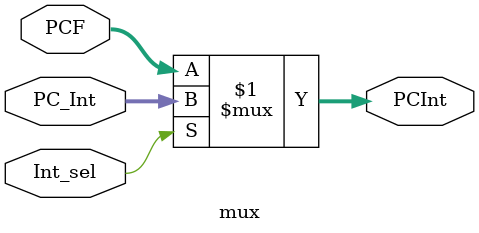
<source format=v>
module mux #(parameter WIDTH = 8)
                      (input [WIDTH-1:0] PCF, PC_Int,
                       input              Int_sel,
                       output [WIDTH-1:0] PCInt);
     assign PCInt = Int_sel ?  PC_Int:PCF;
endmodule
</source>
